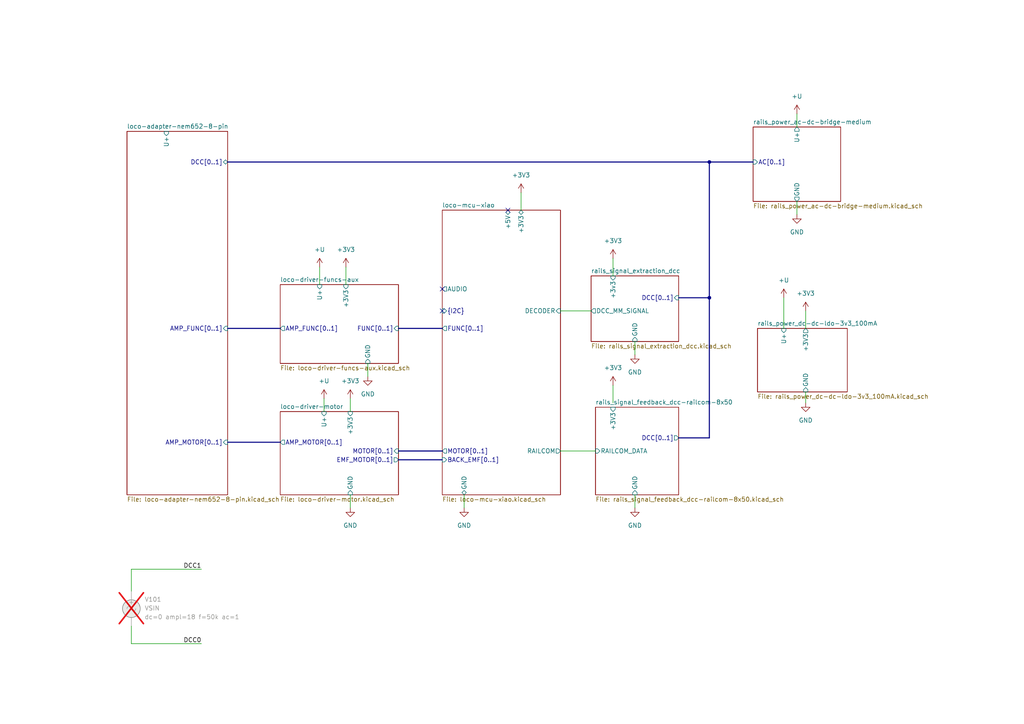
<source format=kicad_sch>
(kicad_sch (version 20231120) (generator "eeschema") (generator_version "8.0")
  (paper "A4")
  (lib_symbols
    (symbol "Simulation_SPICE:VSIN" (pin_numbers hide) (pin_names (offset 0.0254))
      (property "Reference" "V" (at 2.54 2.54 0))
      (property "Value" "VSIN" (at 2.54 0 0))
      (property "Sim.Params" "dc=0 ampl=1 f=1k ac=1" (at 2.54 -2.54 0))
      (symbol "VSIN_0_0"
        (arc (start 0 0) (mid -0.635 0.6323) (end -1.27 0))
        (arc (start 0 0) (mid 0.635 -0.6323) (end 1.27 0))
        (text "+" (at 0 1.905 0) (effects (font (size 1.27 1.27))))
      )
      (symbol "VSIN_0_1"
        (circle (center 0 0) (radius 2.54) (stroke (width 0.254)) (fill (type background)))
      )
      (symbol "VSIN_1_1"
        (pin passive line (at 0 5.08 270) (length 2.54) (name "~") (number "1"))
        (pin passive line (at 0 -5.08 90) (length 2.54) (name "~") (number "2"))
      )
    )
    (symbol "power:+3V3" (power) (pin_names (offset 0))
      (property "Value" "+3V3" (at 0 3.556 0))
      (symbol "+3V3_0_1"
        (polyline (pts (xy -0.762 1.27) (xy 0 2.54)))
        (polyline (pts (xy 0 0) (xy 0 2.54)))
        (polyline (pts (xy 0 2.54) (xy 0.762 1.27)))
      )
      (symbol "+3V3_1_1"
        (pin power_in line (at 0 0 90) (length 0) hide (name "+3V3") (number "1"))
      )
    )
    (symbol "power:GND" (power) (pin_names (offset 0))
      (property "Value" "GND" (at 0 -3.81 0))
      (symbol "GND_0_1"
        (polyline (pts (xy 0 0) (xy 0 -1.27) (xy 1.27 -1.27) (xy 0 -2.54) (xy -1.27 -1.27) (xy 0 -1.27)))
      )
      (symbol "GND_1_1"
        (pin power_in line (at 0 0 270) (length 0) hide (name "GND") (number "1"))
      )
    )
    (symbol "power:VCC" (power) (pin_names (offset 0))
      (property "Value" "VCC" (at 0 3.81 0))
      (symbol "VCC_0_1"
        (polyline (pts (xy -0.762 1.27) (xy 0 2.54)))
        (polyline (pts (xy 0 0) (xy 0 2.54)))
        (polyline (pts (xy 0 2.54) (xy 0.762 1.27)))
      )
      (symbol "VCC_1_1"
        (pin power_in line (at 0 0 90) (length 0) hide (name "VCC") (number "1"))
      )
    )
  )
  (junction (at 205.74 46.99))
  (junction (at 205.74 86.36))
  (no_connect (at 128.27 90.17))
  (no_connect (at 147.32 60.96))
  (no_connect (at 128.27 83.82))
  (wire (pts (xy 184.15 143.51) (xy 184.15 147.32)))
  (bus (pts (xy 66.04 95.25) (xy 81.28 95.25)))
  (wire (pts (xy 227.33 86.36) (xy 227.33 95.25)))
  (wire (pts (xy 93.98 115.57) (xy 93.98 119.38)))
  (wire (pts (xy 100.33 77.47) (xy 100.33 82.55)))
  (bus (pts (xy 205.74 86.36) (xy 205.74 127)))
  (wire (pts (xy 233.68 90.17) (xy 233.68 95.25)))
  (wire (pts (xy 101.6 115.57) (xy 101.6 119.38)))
  (wire (pts (xy 184.15 99.06) (xy 184.15 102.87)))
  (bus (pts (xy 66.04 46.99) (xy 205.74 46.99)))
  (wire (pts (xy 101.6 143.51) (xy 101.6 147.32)))
  (wire (pts (xy 231.14 58.42) (xy 231.14 62.23)))
  (wire (pts (xy 162.56 90.17) (xy 171.45 90.17)))
  (bus (pts (xy 196.85 86.36) (xy 205.74 86.36)))
  (wire (pts (xy 151.13 55.88) (xy 151.13 60.96)))
  (bus (pts (xy 115.57 95.25) (xy 128.27 95.25)))
  (wire (pts (xy 162.56 130.81) (xy 172.72 130.81)))
  (wire (pts (xy 231.14 33.02) (xy 231.14 36.83)))
  (wire (pts (xy 38.1 181.61) (xy 38.1 186.69)))
  (bus (pts (xy 115.57 130.81) (xy 128.27 130.81)))
  (wire (pts (xy 38.1 171.45) (xy 38.1 165.1)))
  (wire (pts (xy 106.68 105.41) (xy 106.68 109.22)))
  (wire (pts (xy 92.71 77.47) (xy 92.71 82.55)))
  (bus (pts (xy 205.74 46.99) (xy 218.44 46.99)))
  (bus (pts (xy 115.57 133.35) (xy 128.27 133.35)))
  (wire (pts (xy 134.62 143.51) (xy 134.62 147.32)))
  (wire (pts (xy 38.1 165.1) (xy 58.42 165.1)))
  (bus (pts (xy 66.04 128.27) (xy 81.28 128.27)))
  (bus (pts (xy 205.74 46.99) (xy 205.74 86.36)))
  (wire (pts (xy 177.8 74.93) (xy 177.8 80.01)))
  (wire (pts (xy 38.1 186.69) (xy 58.42 186.69)))
  (wire (pts (xy 233.68 113.665) (xy 233.68 116.84)))
  (wire (pts (xy 177.8 111.76) (xy 177.8 116.84)))
  (bus (pts (xy 196.85 127) (xy 205.74 127)))
  (label "DCC0" (at 58.42 186.69 180))
  (label "DCC1" (at 58.42 165.1 180))
  (symbol (lib_id "power:VCC") (at 92.71 77.47 0) (unit 1)
    (property "Reference" "#PWR0101" (effects (hide yes)))
    (property "Value" "+U" (at 92.71 72.39 0))
    (property "Description" "Power symbol creates a global label with name \"VCC\"" (effects (hide yes)))
  )
  (symbol (lib_id "power:GND") (at 134.62 147.32 0) (unit 1)
    (property "Reference" "#PWR0107" (effects (hide yes)))
    (property "Value" "GND" (at 134.62 152.4 0))
    (property "Description" "Power symbol creates a global label with name \"GND\" , ground" (effects (hide yes)))
  )
  (symbol (lib_id "power:GND") (at 231.14 62.23 0) (unit 1)
    (property "Reference" "#PWR0115" (effects (hide yes)))
    (property "Value" "GND" (at 231.14 67.31 0))
    (property "Description" "Power symbol creates a global label with name \"GND\" , ground" (effects (hide yes)))
  )
  (symbol (lib_id "power:VCC") (at 227.33 86.36 0) (unit 1)
    (property "Reference" "#PWR0113" (effects (hide yes)))
    (property "Value" "+U" (at 227.33 81.28 0))
    (property "Description" "Power symbol creates a global label with name \"VCC\"" (effects (hide yes)))
  )
  (symbol (lib_id "power:GND") (at 184.15 102.87 0) (unit 1)
    (property "Reference" "#PWR0111" (effects (hide yes)))
    (property "Value" "GND" (at 184.15 107.95 0))
    (property "Description" "Power symbol creates a global label with name \"GND\" , ground" (effects (hide yes)))
  )
  (symbol (lib_id "power:GND") (at 184.15 147.32 0) (unit 1)
    (property "Reference" "#PWR0112" (effects (hide yes)))
    (property "Value" "GND" (at 184.15 152.4 0))
    (property "Description" "Power symbol creates a global label with name \"GND\" , ground" (effects (hide yes)))
  )
  (symbol (lib_id "power:VCC") (at 231.14 33.02 0) (unit 1)
    (property "Reference" "#PWR0114" (effects (hide yes)))
    (property "Value" "+U" (at 231.14 27.94 0))
    (property "Description" "Power symbol creates a global label with name \"VCC\"" (effects (hide yes)))
  )
  (symbol (lib_id "power:GND") (at 233.68 116.84 0) (unit 1)
    (property "Reference" "#PWR0117" (effects (hide yes)))
    (property "Value" "GND" (at 233.68 121.92 0))
    (property "Description" "Power symbol creates a global label with name \"GND\" , ground" (effects (hide yes)))
  )
  (symbol (lib_id "power:+3V3") (at 151.13 55.88 0) (unit 1)
    (property "Reference" "#PWR0108" (effects (hide yes)))
    (property "Value" "+3V3" (at 151.13 50.8 0))
    (property "Description" "Power symbol creates a global label with name \"+3V3\"" (effects (hide yes)))
  )
  (symbol (lib_id "power:GND") (at 101.6 147.32 0) (unit 1)
    (property "Reference" "#PWR0105" (effects (hide yes)))
    (property "Value" "GND" (at 101.6 152.4 0))
    (property "Description" "Power symbol creates a global label with name \"GND\" , ground" (effects (hide yes)))
  )
  (symbol (lib_id "power:+3V3") (at 100.33 77.47 0) (unit 1)
    (property "Reference" "#PWR0103" (effects (hide yes)))
    (property "Value" "+3V3" (at 100.33 72.39 0))
    (property "Description" "Power symbol creates a global label with name \"+3V3\"" (effects (hide yes)))
  )
  (symbol (lib_id "Simulation_SPICE:VSIN") (at 38.1 176.53 0) (unit 1) (in_bom no) (on_board no) (dnp yes)
    (property "Reference" "V101" (at 41.91 173.8601 0) (effects (justify left)))
    (property "Value" "VSIN" (at 41.91 176.4001 0) (effects (justify left)))
    (property "Datasheet" "https://ngspice.sourceforge.io/docs/ngspice-html-manual/manual.xhtml#sec_Independent_Sources_for" (effects (hide yes)))
    (property "Description" "Voltage source, sinusoidal" (effects (hide yes)))
    (property "Sim.Pins" "1=+ 2=-" (effects (hide yes)))
    (property "Sim.Params" "dc=0 ampl=18 f=50k ac=1" (at 41.91 178.9401 0) (effects (justify left)))
    (property "Sim.Type" "SIN" (effects (hide yes)))
    (property "Sim.Device" "V" (effects (hide yes)))
  )
  (symbol (lib_id "power:VCC") (at 93.98 115.57 0) (unit 1)
    (property "Reference" "#PWR0102" (effects (hide yes)))
    (property "Value" "+U" (at 93.98 110.49 0))
    (property "Description" "Power symbol creates a global label with name \"VCC\"" (effects (hide yes)))
  )
  (symbol (lib_id "power:+3V3") (at 233.68 90.17 0) (unit 1)
    (property "Reference" "#PWR0116" (effects (hide yes)))
    (property "Value" "+3V3" (at 233.68 85.09 0))
    (property "Description" "Power symbol creates a global label with name \"+3V3\"" (effects (hide yes)))
  )
  (symbol (lib_id "power:+3V3") (at 101.6 115.57 0) (unit 1)
    (property "Reference" "#PWR0104" (effects (hide yes)))
    (property "Value" "+3V3" (at 101.6 110.49 0))
    (property "Description" "Power symbol creates a global label with name \"+3V3\"" (effects (hide yes)))
  )
  (symbol (lib_id "power:+3V3") (at 177.8 74.93 0) (unit 1)
    (property "Reference" "#PWR0109" (effects (hide yes)))
    (property "Value" "+3V3" (at 177.8 69.85 0))
    (property "Description" "Power symbol creates a global label with name \"+3V3\"" (effects (hide yes)))
  )
  (symbol (lib_id "power:GND") (at 106.68 109.22 0) (unit 1)
    (property "Reference" "#PWR0106" (effects (hide yes)))
    (property "Value" "GND" (at 106.68 114.3 0))
    (property "Description" "Power symbol creates a global label with name \"GND\" , ground" (effects (hide yes)))
  )
  (symbol (lib_id "power:+3V3") (at 177.8 111.76 0) (unit 1)
    (property "Reference" "#PWR0110" (effects (hide yes)))
    (property "Value" "+3V3" (at 177.8 106.68 0))
    (property "Description" "Power symbol creates a global label with name \"+3V3\"" (effects (hide yes)))
  )
  (sheet (at 81.28 82.55) (size 34.29 22.86) (stroke (width 0.1524))
    (property "Sheetname" "loco-driver-funcs-aux" (at 81.28 81.8384 0) (effects (justify left bottom)))
    (property "Sheetfile" "loco-driver-funcs-aux.kicad_sch" (at 81.28 105.9946 0) (effects (justify left top)))
    (pin "AMP_FUNC[0..1]" output (at 81.28 95.25 180))
    (pin "FUNC[0..1]" input (at 115.57 95.25 0))
    (pin "GND" input (at 106.68 105.41 270))
    (pin "U+" input (at 92.71 82.55 90))
    (pin "+3V3" input (at 100.33 82.55 90))
  )
  (sheet (at 219.71 95.25) (size 26.035 18.415) (stroke (width 0.1524))
    (property "Sheetname" "rails_power_dc-dc-ldo-3v3_100mA" (at 219.71 94.5384 0) (effects (justify left bottom)))
    (property "Sheetfile" "rails_power_dc-dc-ldo-3v3_100mA.kicad_sch" (at 219.71 114.2496 0) (effects (justify left top)))
    (pin "GND" input (at 233.68 113.665 270))
    (pin "U+" input (at 227.33 95.25 90))
    (pin "+3V3" output (at 233.68 95.25 90))
  )
  (sheet (at 36.83 38.1) (size 29.21 105.41) (stroke (width 0.1524))
    (property "Sheetname" "loco-adapter-nem652-8-pin" (at 36.83 37.3884 0) (effects (justify left bottom)))
    (property "Sheetfile" "loco-adapter-nem652-8-pin.kicad_sch" (at 36.83 144.0946 0) (effects (justify left top)))
    (pin "AMP_FUNC[0..1]" input (at 66.04 95.25 0))
    (pin "U+" input (at 48.26 38.1 90))
    (pin "AMP_MOTOR[0..1]" input (at 66.04 128.27 0))
    (pin "DCC[0..1]" bidirectional (at 66.04 46.99 0))
  )
  (sheet (at 81.28 119.38) (size 34.29 24.13) (stroke (width 0.1524))
    (property "Sheetname" "loco-driver-motor" (at 81.28 118.6684 0) (effects (justify left bottom)))
    (property "Sheetfile" "loco-driver-motor.kicad_sch" (at 81.28 144.0946 0) (effects (justify left top)))
    (pin "+3V3" input (at 101.6 119.38 90))
    (pin "GND" input (at 101.6 143.51 270))
    (pin "U+" input (at 93.98 119.38 90))
    (pin "AMP_MOTOR[0..1]" output (at 81.28 128.27 180))
    (pin "EMF_MOTOR[0..1]" output (at 115.57 133.35 0))
    (pin "MOTOR[0..1]" input (at 115.57 130.81 0))
  )
  (sheet (at 171.45 80.01) (size 25.4 19.05) (stroke (width 0.1524))
    (property "Sheetname" "rails_signal_extraction_dcc" (at 171.45 79.2984 0) (effects (justify left bottom)))
    (property "Sheetfile" "rails_signal_extraction_dcc.kicad_sch" (at 171.45 99.6446 0) (effects (justify left top)))
    (pin "GND" input (at 184.15 99.06 270))
    (pin "DCC_MM_SIGNAL" output (at 171.45 90.17 180))
    (pin "DCC[0..1]" input (at 196.85 86.36 0))
    (pin "+3v3" input (at 177.8 80.01 90))
  )
  (sheet (at 172.72 118.11) (size 24.13 25.4) (stroke (width 0.1524))
    (property "Sheetname" "rails_signal_feedback_dcc-railcom-8x50" (at 172.72 117.3984 0) (effects (justify left bottom)))
    (property "Sheetfile" "rails_signal_feedback_dcc-railcom-8x50.kicad_sch" (at 172.72 144.0946 0) (effects (justify left top)))
    (pin "DCC[0..1]" output (at 196.85 127 0))
    (pin "RAILCOM_DATA" input (at 172.72 130.81 180))
    (pin "GND" input (at 184.15 143.51 270))
    (pin "+3V3" input (at 177.8 118.11 90))
  )
  (sheet (at 218.44 36.83) (size 25.4 21.59) (stroke (width 0.1524))
    (property "Sheetname" "rails_power_ac-dc-bridge-medium" (at 218.44 36.1184 0) (effects (justify left bottom)))
    (property "Sheetfile" "rails_power_ac-dc-bridge-medium.kicad_sch" (at 218.44 59.0046 0) (effects (justify left top)))
    (pin "GND" output (at 231.14 58.42 270))
    (pin "U+" output (at 231.14 36.83 90))
    (pin "AC[0..1]" input (at 218.44 46.99 180))
  )
  (sheet (at 128.27 60.96) (size 34.29 82.55) (stroke (width 0.1524))
    (property "Sheetname" "loco-mcu-xiao" (at 128.27 60.2484 0) (effects (justify left bottom)))
    (property "Sheetfile" "loco-mcu-xiao.kicad_sch" (at 128.27 144.0946 0) (effects (justify left top)))
    (pin "GND" bidirectional (at 134.62 143.51 270))
    (pin "+5V" bidirectional (at 147.32 60.96 90))
    (pin "+3V3" bidirectional (at 151.13 60.96 90))
    (pin "MOTOR[0..1]" output (at 128.27 130.81 180))
    (pin "{I2C}" input (at 128.27 90.17 180))
    (pin "FUNC[0..1]" output (at 128.27 95.25 180))
    (pin "DECODER" input (at 162.56 90.17 0))
    (pin "BACK_EMF[0..1]" input (at 128.27 133.35 180))
    (pin "AUDIO" output (at 128.27 83.82 180))
    (pin "RAILCOM" output (at 162.56 130.81 0))
  )
)
</source>
